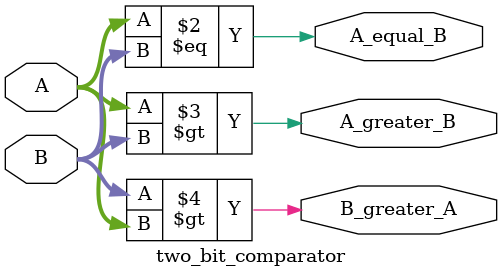
<source format=sv>
`timescale 1ns/1ps

module two_bit_comparator(
    input [1:0] A,
    input [1:0] B,
    output reg A_equal_B,
    output reg A_greater_B,
    output reg B_greater_A
);

    always @(*) begin
        A_equal_B = (A == B);
        A_greater_B = (A > B);
        B_greater_A = (B > A);
    end

endmodule

</source>
